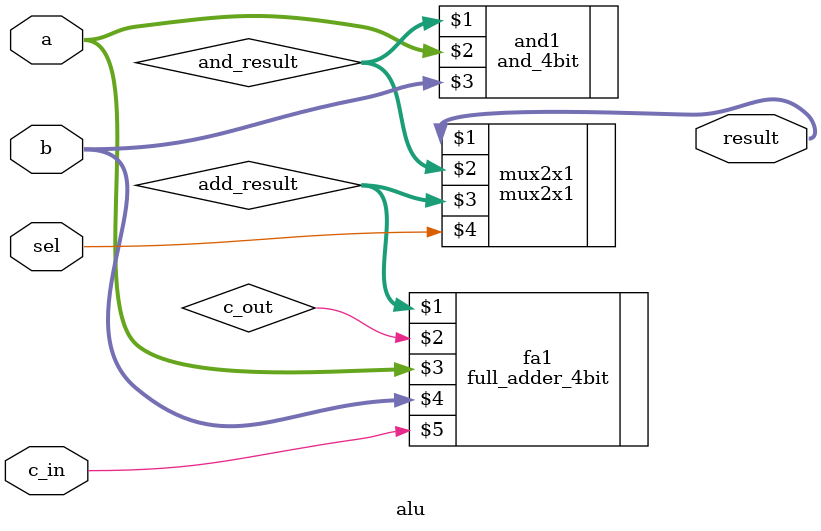
<source format=v>
module alu (output [3:0] result, input [3:0] a, input [3:0] b, input sel, input c_in);
	wire [3:0] and_result;
	wire [3:0] add_result;
	
	and_4bit and1 (and_result, a, b);
	full_adder_4bit fa1 (add_result, c_out, a, b, c_in);

	
	
	
	
	mux2x1 mux2x1 (result, and_result, add_result, sel);

	// sel = 0 --> and          sel = 1 --> add
	// if sel == 0 result = result1      else  result = result2
	
endmodule 
</source>
